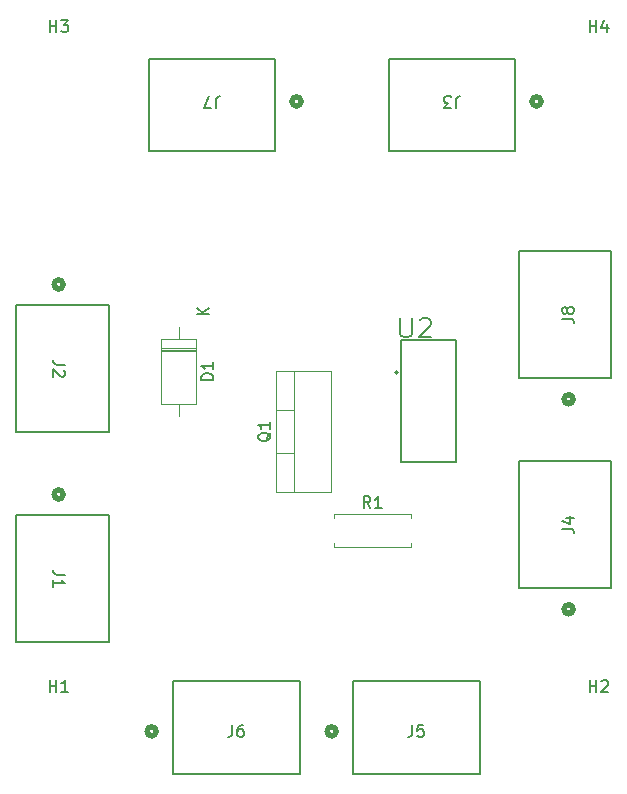
<source format=gbr>
%TF.GenerationSoftware,KiCad,Pcbnew,7.0.9*%
%TF.CreationDate,2024-06-27T12:47:17-04:00*%
%TF.ProjectId,PCBAdas,50434241-6461-4732-9e6b-696361645f70,rev?*%
%TF.SameCoordinates,Original*%
%TF.FileFunction,Legend,Top*%
%TF.FilePolarity,Positive*%
%FSLAX46Y46*%
G04 Gerber Fmt 4.6, Leading zero omitted, Abs format (unit mm)*
G04 Created by KiCad (PCBNEW 7.0.9) date 2024-06-27 12:47:17*
%MOMM*%
%LPD*%
G01*
G04 APERTURE LIST*
%ADD10C,0.150000*%
%ADD11C,0.152400*%
%ADD12C,0.508000*%
%ADD13C,0.200000*%
%ADD14C,0.120000*%
G04 APERTURE END LIST*
D10*
X184874819Y-92063333D02*
X185589104Y-92063333D01*
X185589104Y-92063333D02*
X185731961Y-92110952D01*
X185731961Y-92110952D02*
X185827200Y-92206190D01*
X185827200Y-92206190D02*
X185874819Y-92349047D01*
X185874819Y-92349047D02*
X185874819Y-92444285D01*
X185303390Y-91444285D02*
X185255771Y-91539523D01*
X185255771Y-91539523D02*
X185208152Y-91587142D01*
X185208152Y-91587142D02*
X185112914Y-91634761D01*
X185112914Y-91634761D02*
X185065295Y-91634761D01*
X185065295Y-91634761D02*
X184970057Y-91587142D01*
X184970057Y-91587142D02*
X184922438Y-91539523D01*
X184922438Y-91539523D02*
X184874819Y-91444285D01*
X184874819Y-91444285D02*
X184874819Y-91253809D01*
X184874819Y-91253809D02*
X184922438Y-91158571D01*
X184922438Y-91158571D02*
X184970057Y-91110952D01*
X184970057Y-91110952D02*
X185065295Y-91063333D01*
X185065295Y-91063333D02*
X185112914Y-91063333D01*
X185112914Y-91063333D02*
X185208152Y-91110952D01*
X185208152Y-91110952D02*
X185255771Y-91158571D01*
X185255771Y-91158571D02*
X185303390Y-91253809D01*
X185303390Y-91253809D02*
X185303390Y-91444285D01*
X185303390Y-91444285D02*
X185351009Y-91539523D01*
X185351009Y-91539523D02*
X185398628Y-91587142D01*
X185398628Y-91587142D02*
X185493866Y-91634761D01*
X185493866Y-91634761D02*
X185684342Y-91634761D01*
X185684342Y-91634761D02*
X185779580Y-91587142D01*
X185779580Y-91587142D02*
X185827200Y-91539523D01*
X185827200Y-91539523D02*
X185874819Y-91444285D01*
X185874819Y-91444285D02*
X185874819Y-91253809D01*
X185874819Y-91253809D02*
X185827200Y-91158571D01*
X185827200Y-91158571D02*
X185779580Y-91110952D01*
X185779580Y-91110952D02*
X185684342Y-91063333D01*
X185684342Y-91063333D02*
X185493866Y-91063333D01*
X185493866Y-91063333D02*
X185398628Y-91110952D01*
X185398628Y-91110952D02*
X185351009Y-91158571D01*
X185351009Y-91158571D02*
X185303390Y-91253809D01*
X155563333Y-74205180D02*
X155563333Y-73490895D01*
X155563333Y-73490895D02*
X155610952Y-73348038D01*
X155610952Y-73348038D02*
X155706190Y-73252800D01*
X155706190Y-73252800D02*
X155849047Y-73205180D01*
X155849047Y-73205180D02*
X155944285Y-73205180D01*
X155182380Y-74205180D02*
X154515714Y-74205180D01*
X154515714Y-74205180D02*
X154944285Y-73205180D01*
X156936666Y-126454819D02*
X156936666Y-127169104D01*
X156936666Y-127169104D02*
X156889047Y-127311961D01*
X156889047Y-127311961D02*
X156793809Y-127407200D01*
X156793809Y-127407200D02*
X156650952Y-127454819D01*
X156650952Y-127454819D02*
X156555714Y-127454819D01*
X157841428Y-126454819D02*
X157650952Y-126454819D01*
X157650952Y-126454819D02*
X157555714Y-126502438D01*
X157555714Y-126502438D02*
X157508095Y-126550057D01*
X157508095Y-126550057D02*
X157412857Y-126692914D01*
X157412857Y-126692914D02*
X157365238Y-126883390D01*
X157365238Y-126883390D02*
X157365238Y-127264342D01*
X157365238Y-127264342D02*
X157412857Y-127359580D01*
X157412857Y-127359580D02*
X157460476Y-127407200D01*
X157460476Y-127407200D02*
X157555714Y-127454819D01*
X157555714Y-127454819D02*
X157746190Y-127454819D01*
X157746190Y-127454819D02*
X157841428Y-127407200D01*
X157841428Y-127407200D02*
X157889047Y-127359580D01*
X157889047Y-127359580D02*
X157936666Y-127264342D01*
X157936666Y-127264342D02*
X157936666Y-127026247D01*
X157936666Y-127026247D02*
X157889047Y-126931009D01*
X157889047Y-126931009D02*
X157841428Y-126883390D01*
X157841428Y-126883390D02*
X157746190Y-126835771D01*
X157746190Y-126835771D02*
X157555714Y-126835771D01*
X157555714Y-126835771D02*
X157460476Y-126883390D01*
X157460476Y-126883390D02*
X157412857Y-126931009D01*
X157412857Y-126931009D02*
X157365238Y-127026247D01*
X172176666Y-126454819D02*
X172176666Y-127169104D01*
X172176666Y-127169104D02*
X172129047Y-127311961D01*
X172129047Y-127311961D02*
X172033809Y-127407200D01*
X172033809Y-127407200D02*
X171890952Y-127454819D01*
X171890952Y-127454819D02*
X171795714Y-127454819D01*
X173129047Y-126454819D02*
X172652857Y-126454819D01*
X172652857Y-126454819D02*
X172605238Y-126931009D01*
X172605238Y-126931009D02*
X172652857Y-126883390D01*
X172652857Y-126883390D02*
X172748095Y-126835771D01*
X172748095Y-126835771D02*
X172986190Y-126835771D01*
X172986190Y-126835771D02*
X173081428Y-126883390D01*
X173081428Y-126883390D02*
X173129047Y-126931009D01*
X173129047Y-126931009D02*
X173176666Y-127026247D01*
X173176666Y-127026247D02*
X173176666Y-127264342D01*
X173176666Y-127264342D02*
X173129047Y-127359580D01*
X173129047Y-127359580D02*
X173081428Y-127407200D01*
X173081428Y-127407200D02*
X172986190Y-127454819D01*
X172986190Y-127454819D02*
X172748095Y-127454819D01*
X172748095Y-127454819D02*
X172652857Y-127407200D01*
X172652857Y-127407200D02*
X172605238Y-127359580D01*
X184874819Y-109843333D02*
X185589104Y-109843333D01*
X185589104Y-109843333D02*
X185731961Y-109890952D01*
X185731961Y-109890952D02*
X185827200Y-109986190D01*
X185827200Y-109986190D02*
X185874819Y-110129047D01*
X185874819Y-110129047D02*
X185874819Y-110224285D01*
X185208152Y-108938571D02*
X185874819Y-108938571D01*
X184827200Y-109176666D02*
X185541485Y-109414761D01*
X185541485Y-109414761D02*
X185541485Y-108795714D01*
X175883333Y-74205180D02*
X175883333Y-73490895D01*
X175883333Y-73490895D02*
X175930952Y-73348038D01*
X175930952Y-73348038D02*
X176026190Y-73252800D01*
X176026190Y-73252800D02*
X176169047Y-73205180D01*
X176169047Y-73205180D02*
X176264285Y-73205180D01*
X175502380Y-74205180D02*
X174883333Y-74205180D01*
X174883333Y-74205180D02*
X175216666Y-73824228D01*
X175216666Y-73824228D02*
X175073809Y-73824228D01*
X175073809Y-73824228D02*
X174978571Y-73776609D01*
X174978571Y-73776609D02*
X174930952Y-73728990D01*
X174930952Y-73728990D02*
X174883333Y-73633752D01*
X174883333Y-73633752D02*
X174883333Y-73395657D01*
X174883333Y-73395657D02*
X174930952Y-73300419D01*
X174930952Y-73300419D02*
X174978571Y-73252800D01*
X174978571Y-73252800D02*
X175073809Y-73205180D01*
X175073809Y-73205180D02*
X175359523Y-73205180D01*
X175359523Y-73205180D02*
X175454761Y-73252800D01*
X175454761Y-73252800D02*
X175502380Y-73300419D01*
X142785180Y-95976666D02*
X142070895Y-95976666D01*
X142070895Y-95976666D02*
X141928038Y-95929047D01*
X141928038Y-95929047D02*
X141832800Y-95833809D01*
X141832800Y-95833809D02*
X141785180Y-95690952D01*
X141785180Y-95690952D02*
X141785180Y-95595714D01*
X142689942Y-96405238D02*
X142737561Y-96452857D01*
X142737561Y-96452857D02*
X142785180Y-96548095D01*
X142785180Y-96548095D02*
X142785180Y-96786190D01*
X142785180Y-96786190D02*
X142737561Y-96881428D01*
X142737561Y-96881428D02*
X142689942Y-96929047D01*
X142689942Y-96929047D02*
X142594704Y-96976666D01*
X142594704Y-96976666D02*
X142499466Y-96976666D01*
X142499466Y-96976666D02*
X142356609Y-96929047D01*
X142356609Y-96929047D02*
X141785180Y-96357619D01*
X141785180Y-96357619D02*
X141785180Y-96976666D01*
X142785180Y-113756666D02*
X142070895Y-113756666D01*
X142070895Y-113756666D02*
X141928038Y-113709047D01*
X141928038Y-113709047D02*
X141832800Y-113613809D01*
X141832800Y-113613809D02*
X141785180Y-113470952D01*
X141785180Y-113470952D02*
X141785180Y-113375714D01*
X141785180Y-114756666D02*
X141785180Y-114185238D01*
X141785180Y-114470952D02*
X142785180Y-114470952D01*
X142785180Y-114470952D02*
X142642323Y-114375714D01*
X142642323Y-114375714D02*
X142547085Y-114280476D01*
X142547085Y-114280476D02*
X142499466Y-114185238D01*
X171182681Y-91995324D02*
X171182681Y-93324103D01*
X171182681Y-93324103D02*
X171260844Y-93480430D01*
X171260844Y-93480430D02*
X171339008Y-93558594D01*
X171339008Y-93558594D02*
X171495335Y-93636757D01*
X171495335Y-93636757D02*
X171807989Y-93636757D01*
X171807989Y-93636757D02*
X171964316Y-93558594D01*
X171964316Y-93558594D02*
X172042479Y-93480430D01*
X172042479Y-93480430D02*
X172120643Y-93324103D01*
X172120643Y-93324103D02*
X172120643Y-91995324D01*
X172824113Y-92151651D02*
X172902277Y-92073487D01*
X172902277Y-92073487D02*
X173058604Y-91995324D01*
X173058604Y-91995324D02*
X173449421Y-91995324D01*
X173449421Y-91995324D02*
X173605748Y-92073487D01*
X173605748Y-92073487D02*
X173683912Y-92151651D01*
X173683912Y-92151651D02*
X173762075Y-92307978D01*
X173762075Y-92307978D02*
X173762075Y-92464305D01*
X173762075Y-92464305D02*
X173683912Y-92698795D01*
X173683912Y-92698795D02*
X172745950Y-93636757D01*
X172745950Y-93636757D02*
X173762075Y-93636757D01*
X168643333Y-108084819D02*
X168310000Y-107608628D01*
X168071905Y-108084819D02*
X168071905Y-107084819D01*
X168071905Y-107084819D02*
X168452857Y-107084819D01*
X168452857Y-107084819D02*
X168548095Y-107132438D01*
X168548095Y-107132438D02*
X168595714Y-107180057D01*
X168595714Y-107180057D02*
X168643333Y-107275295D01*
X168643333Y-107275295D02*
X168643333Y-107418152D01*
X168643333Y-107418152D02*
X168595714Y-107513390D01*
X168595714Y-107513390D02*
X168548095Y-107561009D01*
X168548095Y-107561009D02*
X168452857Y-107608628D01*
X168452857Y-107608628D02*
X168071905Y-107608628D01*
X169595714Y-108084819D02*
X169024286Y-108084819D01*
X169310000Y-108084819D02*
X169310000Y-107084819D01*
X169310000Y-107084819D02*
X169214762Y-107227676D01*
X169214762Y-107227676D02*
X169119524Y-107322914D01*
X169119524Y-107322914D02*
X169024286Y-107370533D01*
X141478095Y-67774819D02*
X141478095Y-66774819D01*
X141478095Y-67251009D02*
X142049523Y-67251009D01*
X142049523Y-67774819D02*
X142049523Y-66774819D01*
X142430476Y-66774819D02*
X143049523Y-66774819D01*
X143049523Y-66774819D02*
X142716190Y-67155771D01*
X142716190Y-67155771D02*
X142859047Y-67155771D01*
X142859047Y-67155771D02*
X142954285Y-67203390D01*
X142954285Y-67203390D02*
X143001904Y-67251009D01*
X143001904Y-67251009D02*
X143049523Y-67346247D01*
X143049523Y-67346247D02*
X143049523Y-67584342D01*
X143049523Y-67584342D02*
X143001904Y-67679580D01*
X143001904Y-67679580D02*
X142954285Y-67727200D01*
X142954285Y-67727200D02*
X142859047Y-67774819D01*
X142859047Y-67774819D02*
X142573333Y-67774819D01*
X142573333Y-67774819D02*
X142478095Y-67727200D01*
X142478095Y-67727200D02*
X142430476Y-67679580D01*
X141478095Y-123654819D02*
X141478095Y-122654819D01*
X141478095Y-123131009D02*
X142049523Y-123131009D01*
X142049523Y-123654819D02*
X142049523Y-122654819D01*
X143049523Y-123654819D02*
X142478095Y-123654819D01*
X142763809Y-123654819D02*
X142763809Y-122654819D01*
X142763809Y-122654819D02*
X142668571Y-122797676D01*
X142668571Y-122797676D02*
X142573333Y-122892914D01*
X142573333Y-122892914D02*
X142478095Y-122940533D01*
X160225057Y-101695238D02*
X160177438Y-101790476D01*
X160177438Y-101790476D02*
X160082200Y-101885714D01*
X160082200Y-101885714D02*
X159939342Y-102028571D01*
X159939342Y-102028571D02*
X159891723Y-102123809D01*
X159891723Y-102123809D02*
X159891723Y-102219047D01*
X160129819Y-102171428D02*
X160082200Y-102266666D01*
X160082200Y-102266666D02*
X159986961Y-102361904D01*
X159986961Y-102361904D02*
X159796485Y-102409523D01*
X159796485Y-102409523D02*
X159463152Y-102409523D01*
X159463152Y-102409523D02*
X159272676Y-102361904D01*
X159272676Y-102361904D02*
X159177438Y-102266666D01*
X159177438Y-102266666D02*
X159129819Y-102171428D01*
X159129819Y-102171428D02*
X159129819Y-101980952D01*
X159129819Y-101980952D02*
X159177438Y-101885714D01*
X159177438Y-101885714D02*
X159272676Y-101790476D01*
X159272676Y-101790476D02*
X159463152Y-101742857D01*
X159463152Y-101742857D02*
X159796485Y-101742857D01*
X159796485Y-101742857D02*
X159986961Y-101790476D01*
X159986961Y-101790476D02*
X160082200Y-101885714D01*
X160082200Y-101885714D02*
X160129819Y-101980952D01*
X160129819Y-101980952D02*
X160129819Y-102171428D01*
X160129819Y-100790476D02*
X160129819Y-101361904D01*
X160129819Y-101076190D02*
X159129819Y-101076190D01*
X159129819Y-101076190D02*
X159272676Y-101171428D01*
X159272676Y-101171428D02*
X159367914Y-101266666D01*
X159367914Y-101266666D02*
X159415533Y-101361904D01*
X187198095Y-67774819D02*
X187198095Y-66774819D01*
X187198095Y-67251009D02*
X187769523Y-67251009D01*
X187769523Y-67774819D02*
X187769523Y-66774819D01*
X188674285Y-67108152D02*
X188674285Y-67774819D01*
X188436190Y-66727200D02*
X188198095Y-67441485D01*
X188198095Y-67441485D02*
X188817142Y-67441485D01*
X187198095Y-123654819D02*
X187198095Y-122654819D01*
X187198095Y-123131009D02*
X187769523Y-123131009D01*
X187769523Y-123654819D02*
X187769523Y-122654819D01*
X188198095Y-122750057D02*
X188245714Y-122702438D01*
X188245714Y-122702438D02*
X188340952Y-122654819D01*
X188340952Y-122654819D02*
X188579047Y-122654819D01*
X188579047Y-122654819D02*
X188674285Y-122702438D01*
X188674285Y-122702438D02*
X188721904Y-122750057D01*
X188721904Y-122750057D02*
X188769523Y-122845295D01*
X188769523Y-122845295D02*
X188769523Y-122940533D01*
X188769523Y-122940533D02*
X188721904Y-123083390D01*
X188721904Y-123083390D02*
X188150476Y-123654819D01*
X188150476Y-123654819D02*
X188769523Y-123654819D01*
X155324819Y-97258094D02*
X154324819Y-97258094D01*
X154324819Y-97258094D02*
X154324819Y-97019999D01*
X154324819Y-97019999D02*
X154372438Y-96877142D01*
X154372438Y-96877142D02*
X154467676Y-96781904D01*
X154467676Y-96781904D02*
X154562914Y-96734285D01*
X154562914Y-96734285D02*
X154753390Y-96686666D01*
X154753390Y-96686666D02*
X154896247Y-96686666D01*
X154896247Y-96686666D02*
X155086723Y-96734285D01*
X155086723Y-96734285D02*
X155181961Y-96781904D01*
X155181961Y-96781904D02*
X155277200Y-96877142D01*
X155277200Y-96877142D02*
X155324819Y-97019999D01*
X155324819Y-97019999D02*
X155324819Y-97258094D01*
X155324819Y-95734285D02*
X155324819Y-96305713D01*
X155324819Y-96019999D02*
X154324819Y-96019999D01*
X154324819Y-96019999D02*
X154467676Y-96115237D01*
X154467676Y-96115237D02*
X154562914Y-96210475D01*
X154562914Y-96210475D02*
X154610533Y-96305713D01*
X154954819Y-91701904D02*
X153954819Y-91701904D01*
X154954819Y-91130476D02*
X154383390Y-91559047D01*
X153954819Y-91130476D02*
X154526247Y-91701904D01*
D11*
%TO.C,J8*%
X181193001Y-97102100D02*
X189041601Y-97102100D01*
X189041601Y-97102100D02*
X189041601Y-86357900D01*
X181193001Y-86357900D02*
X181193001Y-97102100D01*
X189041601Y-86357900D02*
X181193001Y-86357900D01*
D12*
X185801000Y-98880100D02*
G75*
G03*
X185801000Y-98880100I-381000J0D01*
G01*
D11*
%TO.C,J7*%
X160602100Y-77886999D02*
X160602100Y-70038399D01*
X160602100Y-70038399D02*
X149857900Y-70038399D01*
X149857900Y-77886999D02*
X160602100Y-77886999D01*
X149857900Y-70038399D02*
X149857900Y-77886999D01*
D12*
X162761100Y-73660000D02*
G75*
G03*
X162761100Y-73660000I-381000J0D01*
G01*
D11*
%TO.C,J6*%
X151897900Y-122773001D02*
X151897900Y-130621601D01*
X151897900Y-130621601D02*
X162642100Y-130621601D01*
X162642100Y-122773001D02*
X151897900Y-122773001D01*
X162642100Y-130621601D02*
X162642100Y-122773001D01*
D12*
X150500900Y-127000000D02*
G75*
G03*
X150500900Y-127000000I-381000J0D01*
G01*
D11*
%TO.C,J5*%
X167137900Y-122773001D02*
X167137900Y-130621601D01*
X167137900Y-130621601D02*
X177882100Y-130621601D01*
X177882100Y-122773001D02*
X167137900Y-122773001D01*
X177882100Y-130621601D02*
X177882100Y-122773001D01*
D12*
X165740900Y-127000000D02*
G75*
G03*
X165740900Y-127000000I-381000J0D01*
G01*
D11*
%TO.C,J4*%
X181193001Y-114882100D02*
X189041601Y-114882100D01*
X189041601Y-114882100D02*
X189041601Y-104137900D01*
X181193001Y-104137900D02*
X181193001Y-114882100D01*
X189041601Y-104137900D02*
X181193001Y-104137900D01*
D12*
X185801000Y-116660100D02*
G75*
G03*
X185801000Y-116660100I-381000J0D01*
G01*
D11*
%TO.C,J3*%
X180922100Y-77886999D02*
X180922100Y-70038399D01*
X180922100Y-70038399D02*
X170177900Y-70038399D01*
X170177900Y-77886999D02*
X180922100Y-77886999D01*
X170177900Y-70038399D02*
X170177900Y-77886999D01*
D12*
X183081100Y-73660000D02*
G75*
G03*
X183081100Y-73660000I-381000J0D01*
G01*
D11*
%TO.C,J2*%
X146466999Y-90937900D02*
X138618399Y-90937900D01*
X138618399Y-90937900D02*
X138618399Y-101682100D01*
X146466999Y-101682100D02*
X146466999Y-90937900D01*
X138618399Y-101682100D02*
X146466999Y-101682100D01*
D12*
X142621000Y-89159900D02*
G75*
G03*
X142621000Y-89159900I-381000J0D01*
G01*
D11*
%TO.C,J1*%
X146466999Y-108717900D02*
X138618399Y-108717900D01*
X138618399Y-108717900D02*
X138618399Y-119462100D01*
X146466999Y-119462100D02*
X146466999Y-108717900D01*
X138618399Y-119462100D02*
X146466999Y-119462100D01*
D12*
X142621000Y-106939900D02*
G75*
G03*
X142621000Y-106939900I-381000J0D01*
G01*
D11*
%TO.C,U2*%
X171270000Y-93853000D02*
X175870000Y-93853000D01*
X171270000Y-104160000D02*
X171270000Y-93853000D01*
X175870000Y-93853000D02*
X175870000Y-104160000D01*
X175870000Y-104160000D02*
X171270000Y-104160000D01*
D13*
X170981803Y-96610000D02*
G75*
G03*
X170981803Y-96610000I-111803J0D01*
G01*
D14*
%TO.C,R1*%
X172080000Y-111370000D02*
X172080000Y-111040000D01*
X165540000Y-108630000D02*
X172080000Y-108630000D01*
X165540000Y-111370000D02*
X172080000Y-111370000D01*
X165540000Y-111040000D02*
X165540000Y-111370000D01*
X165540000Y-108960000D02*
X165540000Y-108630000D01*
X172080000Y-108630000D02*
X172080000Y-108960000D01*
%TO.C,Q1*%
X160675000Y-106720000D02*
X165316000Y-106720000D01*
X160675000Y-106720000D02*
X160675000Y-96480000D01*
X162185000Y-106720000D02*
X162185000Y-96480000D01*
X165316000Y-106720000D02*
X165316000Y-96480000D01*
X160675000Y-103450000D02*
X162185000Y-103450000D01*
X160675000Y-99749000D02*
X162185000Y-99749000D01*
X160675000Y-96480000D02*
X165316000Y-96480000D01*
%TO.C,D1*%
X152400000Y-92780000D02*
X152400000Y-93800000D01*
X153870000Y-93800000D02*
X150930000Y-93800000D01*
X150930000Y-93800000D02*
X150930000Y-99240000D01*
X153870000Y-94580000D02*
X150930000Y-94580000D01*
X153870000Y-94700000D02*
X150930000Y-94700000D01*
X153870000Y-94820000D02*
X150930000Y-94820000D01*
X153870000Y-99240000D02*
X153870000Y-93800000D01*
X150930000Y-99240000D02*
X153870000Y-99240000D01*
X152400000Y-100260000D02*
X152400000Y-99240000D01*
%TD*%
M02*

</source>
